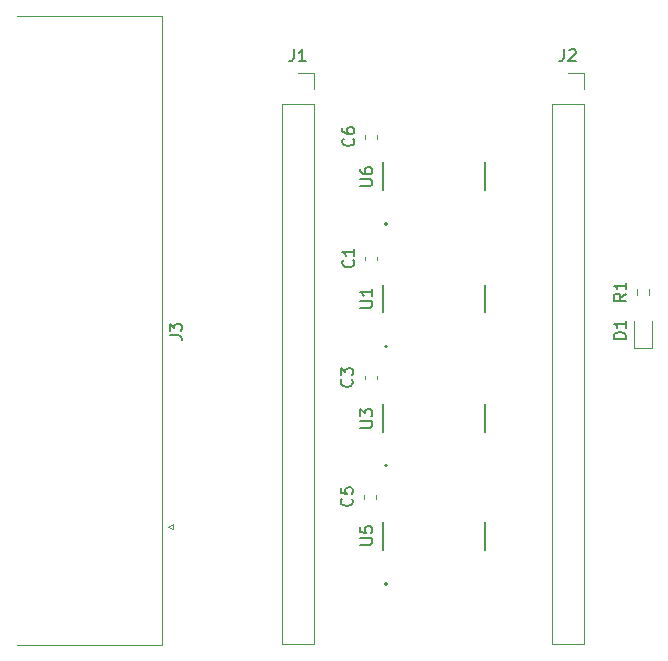
<source format=gbr>
%TF.GenerationSoftware,KiCad,Pcbnew,(5.1.10)-1*%
%TF.CreationDate,2021-12-24T17:51:45-05:00*%
%TF.ProjectId,BlueRetro Genesis ESP32 Shield,426c7565-5265-4747-926f-2047656e6573,rev?*%
%TF.SameCoordinates,Original*%
%TF.FileFunction,Legend,Top*%
%TF.FilePolarity,Positive*%
%FSLAX46Y46*%
G04 Gerber Fmt 4.6, Leading zero omitted, Abs format (unit mm)*
G04 Created by KiCad (PCBNEW (5.1.10)-1) date 2021-12-24 17:51:45*
%MOMM*%
%LPD*%
G01*
G04 APERTURE LIST*
%ADD10C,0.200000*%
%ADD11C,0.127000*%
%ADD12C,0.120000*%
%ADD13C,0.150000*%
G04 APERTURE END LIST*
D10*
%TO.C,U6*%
X153607000Y-74978000D02*
G75*
G03*
X153607000Y-74978000I-100000J0D01*
G01*
D11*
X153282000Y-72098000D02*
X153282000Y-69758000D01*
X161932000Y-72098000D02*
X161932000Y-69758000D01*
%TO.C,U1*%
X161932000Y-82450000D02*
X161932000Y-80110000D01*
X153282000Y-82450000D02*
X153282000Y-80110000D01*
D10*
X153607000Y-85330000D02*
G75*
G03*
X153607000Y-85330000I-100000J0D01*
G01*
%TO.C,U3*%
X153607000Y-95425000D02*
G75*
G03*
X153607000Y-95425000I-100000J0D01*
G01*
D11*
X153282000Y-92545000D02*
X153282000Y-90205000D01*
X161932000Y-92545000D02*
X161932000Y-90205000D01*
%TO.C,U5*%
X161932000Y-102578000D02*
X161932000Y-100238000D01*
X153282000Y-102578000D02*
X153282000Y-100238000D01*
D10*
X153607000Y-105458000D02*
G75*
G03*
X153607000Y-105458000I-100000J0D01*
G01*
D12*
%TO.C,J3*%
X135036325Y-100584000D02*
X135469338Y-100334000D01*
X135469338Y-100834000D02*
X135036325Y-100584000D01*
X135469338Y-100334000D02*
X135469338Y-100834000D01*
X134575000Y-110574000D02*
X122235000Y-110574000D01*
X134575000Y-57354000D02*
X134575000Y-110574000D01*
X122235000Y-57354000D02*
X134575000Y-57354000D01*
%TO.C,C1*%
X151763000Y-77731233D02*
X151763000Y-78023767D01*
X152783000Y-77731233D02*
X152783000Y-78023767D01*
%TO.C,C3*%
X152783000Y-87838233D02*
X152783000Y-88130767D01*
X151763000Y-87838233D02*
X151763000Y-88130767D01*
%TO.C,C5*%
X152656000Y-97924233D02*
X152656000Y-98216767D01*
X151636000Y-97924233D02*
X151636000Y-98216767D01*
%TO.C,C6*%
X151763000Y-67444233D02*
X151763000Y-67736767D01*
X152783000Y-67444233D02*
X152783000Y-67736767D01*
%TO.C,J1*%
X146050000Y-62170000D02*
X147380000Y-62170000D01*
X147380000Y-62170000D02*
X147380000Y-63500000D01*
X147380000Y-64770000D02*
X147380000Y-110550000D01*
X144720000Y-110550000D02*
X147380000Y-110550000D01*
X144720000Y-64770000D02*
X144720000Y-110550000D01*
X144720000Y-64770000D02*
X147380000Y-64770000D01*
%TO.C,J2*%
X167580000Y-64770000D02*
X170240000Y-64770000D01*
X167580000Y-64770000D02*
X167580000Y-110550000D01*
X167580000Y-110550000D02*
X170240000Y-110550000D01*
X170240000Y-64770000D02*
X170240000Y-110550000D01*
X170240000Y-62170000D02*
X170240000Y-63500000D01*
X168910000Y-62170000D02*
X170240000Y-62170000D01*
%TO.C,D1*%
X175995000Y-85432000D02*
X175995000Y-83147000D01*
X174525000Y-85432000D02*
X175995000Y-85432000D01*
X174525000Y-83147000D02*
X174525000Y-85432000D01*
%TO.C,R1*%
X174737500Y-80471742D02*
X174737500Y-80946258D01*
X175782500Y-80471742D02*
X175782500Y-80946258D01*
%TO.C,U6*%
D13*
X151344380Y-71754904D02*
X152153904Y-71754904D01*
X152249142Y-71707285D01*
X152296761Y-71659666D01*
X152344380Y-71564428D01*
X152344380Y-71373952D01*
X152296761Y-71278714D01*
X152249142Y-71231095D01*
X152153904Y-71183476D01*
X151344380Y-71183476D01*
X151344380Y-70278714D02*
X151344380Y-70469190D01*
X151392000Y-70564428D01*
X151439619Y-70612047D01*
X151582476Y-70707285D01*
X151772952Y-70754904D01*
X152153904Y-70754904D01*
X152249142Y-70707285D01*
X152296761Y-70659666D01*
X152344380Y-70564428D01*
X152344380Y-70373952D01*
X152296761Y-70278714D01*
X152249142Y-70231095D01*
X152153904Y-70183476D01*
X151915809Y-70183476D01*
X151820571Y-70231095D01*
X151772952Y-70278714D01*
X151725333Y-70373952D01*
X151725333Y-70564428D01*
X151772952Y-70659666D01*
X151820571Y-70707285D01*
X151915809Y-70754904D01*
%TO.C,U1*%
X151344380Y-82041904D02*
X152153904Y-82041904D01*
X152249142Y-81994285D01*
X152296761Y-81946666D01*
X152344380Y-81851428D01*
X152344380Y-81660952D01*
X152296761Y-81565714D01*
X152249142Y-81518095D01*
X152153904Y-81470476D01*
X151344380Y-81470476D01*
X152344380Y-80470476D02*
X152344380Y-81041904D01*
X152344380Y-80756190D02*
X151344380Y-80756190D01*
X151487238Y-80851428D01*
X151582476Y-80946666D01*
X151630095Y-81041904D01*
%TO.C,U3*%
X151344380Y-92201904D02*
X152153904Y-92201904D01*
X152249142Y-92154285D01*
X152296761Y-92106666D01*
X152344380Y-92011428D01*
X152344380Y-91820952D01*
X152296761Y-91725714D01*
X152249142Y-91678095D01*
X152153904Y-91630476D01*
X151344380Y-91630476D01*
X151344380Y-91249523D02*
X151344380Y-90630476D01*
X151725333Y-90963809D01*
X151725333Y-90820952D01*
X151772952Y-90725714D01*
X151820571Y-90678095D01*
X151915809Y-90630476D01*
X152153904Y-90630476D01*
X152249142Y-90678095D01*
X152296761Y-90725714D01*
X152344380Y-90820952D01*
X152344380Y-91106666D01*
X152296761Y-91201904D01*
X152249142Y-91249523D01*
%TO.C,U5*%
X151344380Y-102107904D02*
X152153904Y-102107904D01*
X152249142Y-102060285D01*
X152296761Y-102012666D01*
X152344380Y-101917428D01*
X152344380Y-101726952D01*
X152296761Y-101631714D01*
X152249142Y-101584095D01*
X152153904Y-101536476D01*
X151344380Y-101536476D01*
X151344380Y-100584095D02*
X151344380Y-101060285D01*
X151820571Y-101107904D01*
X151772952Y-101060285D01*
X151725333Y-100965047D01*
X151725333Y-100726952D01*
X151772952Y-100631714D01*
X151820571Y-100584095D01*
X151915809Y-100536476D01*
X152153904Y-100536476D01*
X152249142Y-100584095D01*
X152296761Y-100631714D01*
X152344380Y-100726952D01*
X152344380Y-100965047D01*
X152296761Y-101060285D01*
X152249142Y-101107904D01*
%TO.C,J3*%
X135215380Y-84407333D02*
X135929666Y-84407333D01*
X136072523Y-84454952D01*
X136167761Y-84550190D01*
X136215380Y-84693047D01*
X136215380Y-84788285D01*
X135215380Y-84026380D02*
X135215380Y-83407333D01*
X135596333Y-83740666D01*
X135596333Y-83597809D01*
X135643952Y-83502571D01*
X135691571Y-83454952D01*
X135786809Y-83407333D01*
X136024904Y-83407333D01*
X136120142Y-83454952D01*
X136167761Y-83502571D01*
X136215380Y-83597809D01*
X136215380Y-83883523D01*
X136167761Y-83978761D01*
X136120142Y-84026380D01*
%TO.C,C1*%
X150725142Y-78017666D02*
X150772761Y-78065285D01*
X150820380Y-78208142D01*
X150820380Y-78303380D01*
X150772761Y-78446238D01*
X150677523Y-78541476D01*
X150582285Y-78589095D01*
X150391809Y-78636714D01*
X150248952Y-78636714D01*
X150058476Y-78589095D01*
X149963238Y-78541476D01*
X149868000Y-78446238D01*
X149820380Y-78303380D01*
X149820380Y-78208142D01*
X149868000Y-78065285D01*
X149915619Y-78017666D01*
X150820380Y-77065285D02*
X150820380Y-77636714D01*
X150820380Y-77351000D02*
X149820380Y-77351000D01*
X149963238Y-77446238D01*
X150058476Y-77541476D01*
X150106095Y-77636714D01*
%TO.C,C3*%
X150598142Y-88124666D02*
X150645761Y-88172285D01*
X150693380Y-88315142D01*
X150693380Y-88410380D01*
X150645761Y-88553238D01*
X150550523Y-88648476D01*
X150455285Y-88696095D01*
X150264809Y-88743714D01*
X150121952Y-88743714D01*
X149931476Y-88696095D01*
X149836238Y-88648476D01*
X149741000Y-88553238D01*
X149693380Y-88410380D01*
X149693380Y-88315142D01*
X149741000Y-88172285D01*
X149788619Y-88124666D01*
X149693380Y-87791333D02*
X149693380Y-87172285D01*
X150074333Y-87505619D01*
X150074333Y-87362761D01*
X150121952Y-87267523D01*
X150169571Y-87219904D01*
X150264809Y-87172285D01*
X150502904Y-87172285D01*
X150598142Y-87219904D01*
X150645761Y-87267523D01*
X150693380Y-87362761D01*
X150693380Y-87648476D01*
X150645761Y-87743714D01*
X150598142Y-87791333D01*
%TO.C,C5*%
X150598142Y-98210666D02*
X150645761Y-98258285D01*
X150693380Y-98401142D01*
X150693380Y-98496380D01*
X150645761Y-98639238D01*
X150550523Y-98734476D01*
X150455285Y-98782095D01*
X150264809Y-98829714D01*
X150121952Y-98829714D01*
X149931476Y-98782095D01*
X149836238Y-98734476D01*
X149741000Y-98639238D01*
X149693380Y-98496380D01*
X149693380Y-98401142D01*
X149741000Y-98258285D01*
X149788619Y-98210666D01*
X149693380Y-97305904D02*
X149693380Y-97782095D01*
X150169571Y-97829714D01*
X150121952Y-97782095D01*
X150074333Y-97686857D01*
X150074333Y-97448761D01*
X150121952Y-97353523D01*
X150169571Y-97305904D01*
X150264809Y-97258285D01*
X150502904Y-97258285D01*
X150598142Y-97305904D01*
X150645761Y-97353523D01*
X150693380Y-97448761D01*
X150693380Y-97686857D01*
X150645761Y-97782095D01*
X150598142Y-97829714D01*
%TO.C,C6*%
X150725142Y-67730666D02*
X150772761Y-67778285D01*
X150820380Y-67921142D01*
X150820380Y-68016380D01*
X150772761Y-68159238D01*
X150677523Y-68254476D01*
X150582285Y-68302095D01*
X150391809Y-68349714D01*
X150248952Y-68349714D01*
X150058476Y-68302095D01*
X149963238Y-68254476D01*
X149868000Y-68159238D01*
X149820380Y-68016380D01*
X149820380Y-67921142D01*
X149868000Y-67778285D01*
X149915619Y-67730666D01*
X149820380Y-66873523D02*
X149820380Y-67064000D01*
X149868000Y-67159238D01*
X149915619Y-67206857D01*
X150058476Y-67302095D01*
X150248952Y-67349714D01*
X150629904Y-67349714D01*
X150725142Y-67302095D01*
X150772761Y-67254476D01*
X150820380Y-67159238D01*
X150820380Y-66968761D01*
X150772761Y-66873523D01*
X150725142Y-66825904D01*
X150629904Y-66778285D01*
X150391809Y-66778285D01*
X150296571Y-66825904D01*
X150248952Y-66873523D01*
X150201333Y-66968761D01*
X150201333Y-67159238D01*
X150248952Y-67254476D01*
X150296571Y-67302095D01*
X150391809Y-67349714D01*
%TO.C,J1*%
X145716666Y-60182380D02*
X145716666Y-60896666D01*
X145669047Y-61039523D01*
X145573809Y-61134761D01*
X145430952Y-61182380D01*
X145335714Y-61182380D01*
X146716666Y-61182380D02*
X146145238Y-61182380D01*
X146430952Y-61182380D02*
X146430952Y-60182380D01*
X146335714Y-60325238D01*
X146240476Y-60420476D01*
X146145238Y-60468095D01*
%TO.C,J2*%
X168576666Y-60182380D02*
X168576666Y-60896666D01*
X168529047Y-61039523D01*
X168433809Y-61134761D01*
X168290952Y-61182380D01*
X168195714Y-61182380D01*
X169005238Y-60277619D02*
X169052857Y-60230000D01*
X169148095Y-60182380D01*
X169386190Y-60182380D01*
X169481428Y-60230000D01*
X169529047Y-60277619D01*
X169576666Y-60372857D01*
X169576666Y-60468095D01*
X169529047Y-60610952D01*
X168957619Y-61182380D01*
X169576666Y-61182380D01*
%TO.C,D1*%
X173807380Y-84685095D02*
X172807380Y-84685095D01*
X172807380Y-84447000D01*
X172855000Y-84304142D01*
X172950238Y-84208904D01*
X173045476Y-84161285D01*
X173235952Y-84113666D01*
X173378809Y-84113666D01*
X173569285Y-84161285D01*
X173664523Y-84208904D01*
X173759761Y-84304142D01*
X173807380Y-84447000D01*
X173807380Y-84685095D01*
X173807380Y-83161285D02*
X173807380Y-83732714D01*
X173807380Y-83447000D02*
X172807380Y-83447000D01*
X172950238Y-83542238D01*
X173045476Y-83637476D01*
X173093095Y-83732714D01*
%TO.C,R1*%
X173807380Y-80875666D02*
X173331190Y-81209000D01*
X173807380Y-81447095D02*
X172807380Y-81447095D01*
X172807380Y-81066142D01*
X172855000Y-80970904D01*
X172902619Y-80923285D01*
X172997857Y-80875666D01*
X173140714Y-80875666D01*
X173235952Y-80923285D01*
X173283571Y-80970904D01*
X173331190Y-81066142D01*
X173331190Y-81447095D01*
X173807380Y-79923285D02*
X173807380Y-80494714D01*
X173807380Y-80209000D02*
X172807380Y-80209000D01*
X172950238Y-80304238D01*
X173045476Y-80399476D01*
X173093095Y-80494714D01*
%TD*%
M02*

</source>
